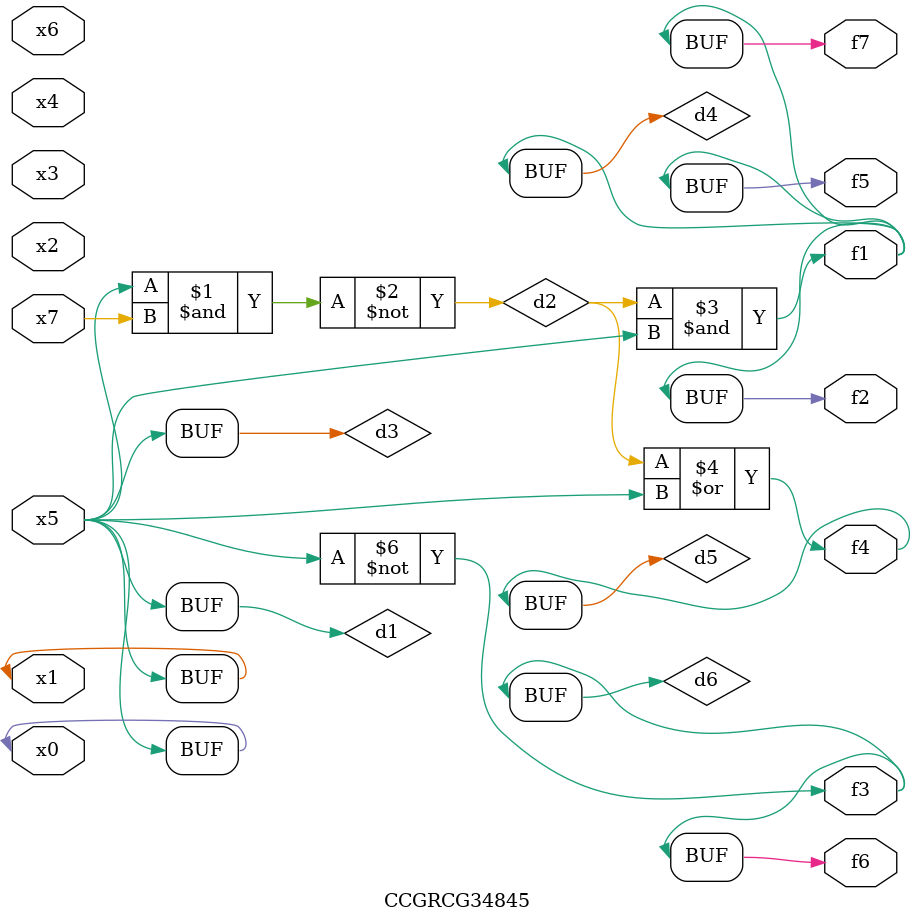
<source format=v>
module CCGRCG34845(
	input x0, x1, x2, x3, x4, x5, x6, x7,
	output f1, f2, f3, f4, f5, f6, f7
);

	wire d1, d2, d3, d4, d5, d6;

	buf (d1, x0, x5);
	nand (d2, x5, x7);
	buf (d3, x0, x1);
	and (d4, d2, d3);
	or (d5, d2, d3);
	nor (d6, d1, d3);
	assign f1 = d4;
	assign f2 = d4;
	assign f3 = d6;
	assign f4 = d5;
	assign f5 = d4;
	assign f6 = d6;
	assign f7 = d4;
endmodule

</source>
